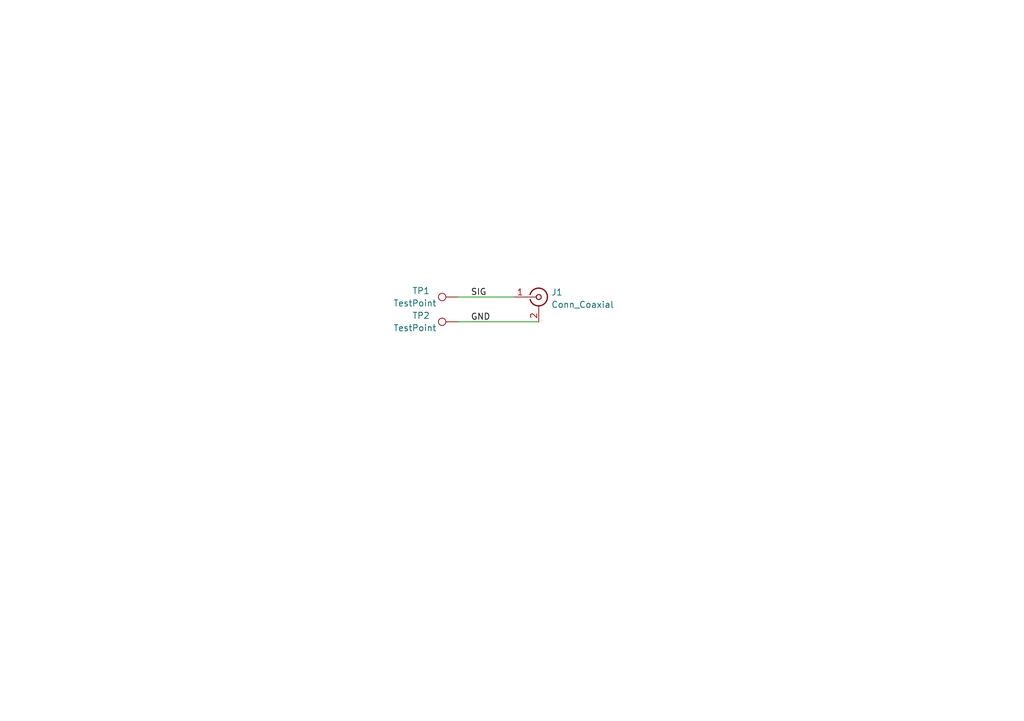
<source format=kicad_sch>
(kicad_sch (version 20211123) (generator eeschema)
  (paper "A5")
  (title_block (title "Headstage-64s Coax Adapter") (date "2022-01-21") (rev "A") (company "Open Ephys, Inc.") (comment 1 "Jonathan Newman"))
  (lib_symbols
    (symbol "Connector:Conn_Coaxial" (pin_names (offset 1.016) hide)
      (property "Reference" "J" (at 0.254 3.048 0))
      (property "Value" "Conn_Coaxial" (at 2.921 0 90))
      (symbol "Conn_Coaxial_0_1"
        (arc (start -1.778 -0.508) (mid 0.222 -1.808) (end 1.778 0) (stroke (width 0.254)))
        (polyline (pts (xy -2.54 0) (xy -0.508 0)))
        (polyline (pts (xy 0 -2.54) (xy 0 -1.778)))
        (circle (center 0 0) (radius 0.508) (stroke (width 0.2032)))
        (arc (start 1.778 0) (mid 0.222 1.8083) (end -1.778 0.508) (stroke (width 0.254)))
      )
      (symbol "Conn_Coaxial_1_1"
        (pin passive line (at -5.08 0 0) (length 2.54) (name "In") (number "1"))
        (pin passive line (at 0 -5.08 90) (length 2.54) (name "Ext") (number "2"))
      )
    )
    (symbol "Connector:TestPoint" (pin_numbers hide) (pin_names (offset 0.762) hide)
      (property "Reference" "TP" (at 0 6.858 0))
      (property "Value" "TestPoint" (at 0 5.08 0))
      (symbol "TestPoint_0_1"
        (circle (center 0 3.302) (radius 0.762))
      )
      (symbol "TestPoint_1_1"
        (pin passive line (at 0 0 90) (length 2.54) (name "1") (number "1"))
      )
    )
  )
  (wire (pts (xy 93.98 60.96) (xy 105.41 60.96)))
  (wire (pts (xy 93.98 66.04) (xy 110.49 66.04)))
  (label "GND" (at 96.52 66.04 0))
  (label "SIG" (at 96.52 60.96 0))
  (symbol (lib_id "Connector:TestPoint") (at 93.98 66.04 90) (unit 1)
    (property "Reference" "TP2" (at 86.36 64.77 90))
    (property "Value" "TestPoint" (at 85.09 67.31 90))
    (property "Footprint" "Headstage-64s:Castellation" (effects hide))
  )
  (symbol (lib_id "Connector:Conn_Coaxial") (at 110.49 60.96 0) (unit 1)
    (property "Reference" "J1" (at 113.03 59.9831 0) (effects (justify left)))
    (property "Value" "Conn_Coaxial" (at 113.03 62.5231 0) (effects (justify left)))
    (property "Footprint" "jonnew:LINX_CONMHF4-SMD-G" (effects hide))
    (property "Datasheet" " ~" (effects hide))
  )
  (symbol (lib_id "Connector:TestPoint") (at 93.98 60.96 90) (unit 1)
    (property "Reference" "TP1" (at 86.36 59.69 90))
    (property "Value" "TestPoint" (at 85.09 62.23 90))
    (property "Footprint" "Headstage-64s:Castellation" (effects hide))
  )
)
</source>
